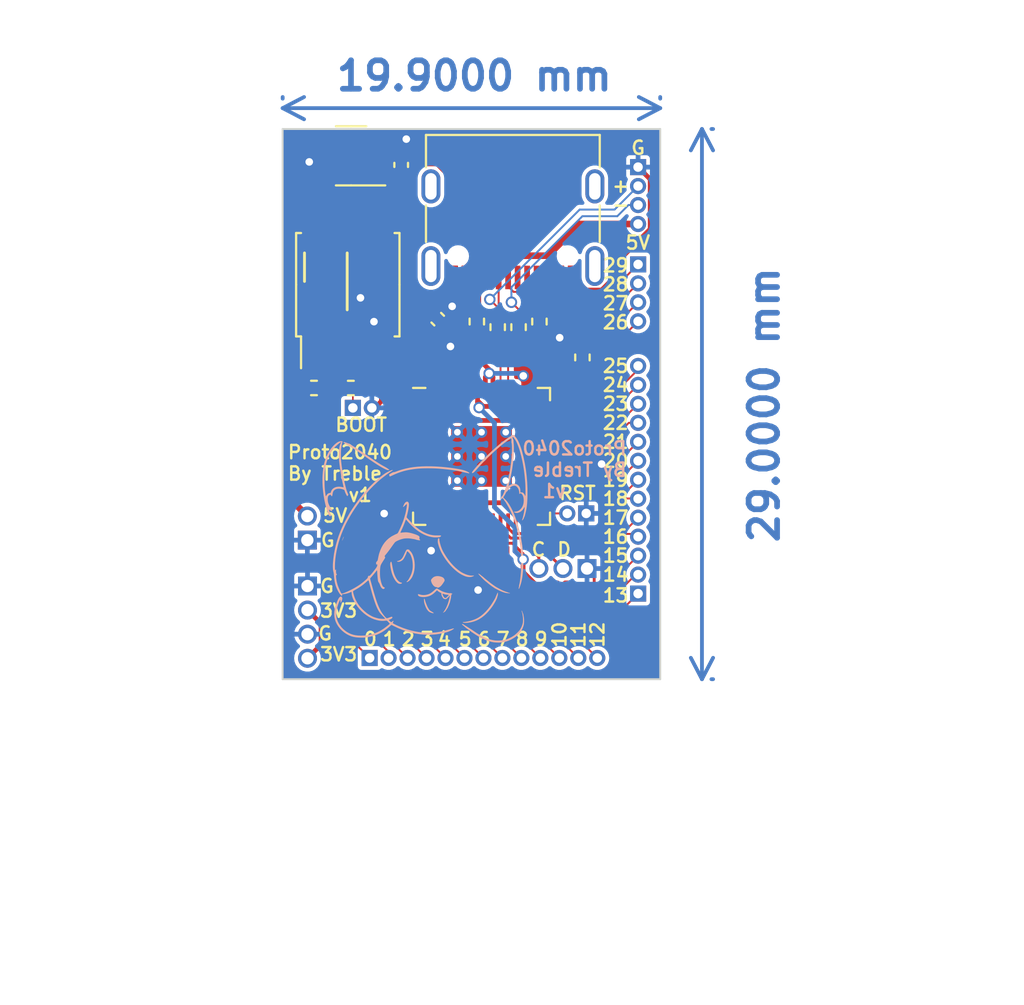
<source format=kicad_pcb>
(kicad_pcb (version 20221018) (generator pcbnew)
  (layers (0 "F.Cu" signal) (31 "B.Cu" signal) (34 "B.Paste" user) (35 "F.Paste" user) (36 "B.SilkS" user "B.Silkscreen") (37 "F.SilkS" user "F.Silkscreen") (38 "B.Mask" user) (39 "F.Mask" user) (44 "Edge.Cuts" user))
  (net 0 "")
  (net 1 "GND")
  (net 2 "+3.3V")
  (net 3 "VBUS")
  (net 4 "/QSPI_SS")
  (net 5 "/QSPI_SD1")
  (net 6 "/QSPI_SD2")
  (net 7 "/QSPI_SD0")
  (net 8 "/QSPI_CLK")
  (net 9 "/QSPI_SD3")
  (net 10 "Net-(U3-USB_DP)")
  (net 11 "Net-(U3-USB_DM)")
  (net 12 "/D+")
  (net 13 "/D-")
  (net 14 "/SWD")
  (net 15 "+1V1")
  (net 16 "Net-(C16-Pad1)")
  (net 17 "Net-(J1-CC1)")
  (net 18 "/SWCLK")
  (net 19 "/RST")
  (net 21 "Net-(J1-CC2)")
  (net 24 "Net-(J2-Pin_1)")
  (net 25 "Net-(J3-Pin_1)")
  (net 26 "Net-(J3-Pin_2)")
  (net 27 "Net-(J3-Pin_3)")
  (net 28 "Net-(J3-Pin_4)")
  (net 29 "Net-(J3-Pin_5)")
  (net 30 "Net-(J3-Pin_6)")
  (net 31 "Net-(J3-Pin_7)")
  (net 32 "Net-(J3-Pin_8)")
  (net 33 "Net-(J3-Pin_9)")
  (net 34 "Net-(J3-Pin_10)")
  (net 35 "Net-(J3-Pin_11)")
  (net 36 "Net-(J3-Pin_12)")
  (net 37 "Net-(J3-Pin_13)")
  (net 38 "Net-(J4-Pin_1)")
  (net 39 "Net-(J4-Pin_2)")
  (net 40 "Net-(J4-Pin_3)")
  (net 41 "Net-(J4-Pin_4)")
  (net 42 "Net-(J4-Pin_5)")
  (net 43 "Net-(J4-Pin_6)")
  (net 44 "Net-(J4-Pin_7)")
  (net 45 "Net-(J4-Pin_8)")
  (net 46 "Net-(J4-Pin_9)")
  (net 47 "Net-(J4-Pin_10)")
  (net 48 "Net-(J4-Pin_11)")
  (net 49 "Net-(J4-Pin_12)")
  (net 50 "Net-(J4-Pin_13)")
  (net 51 "Net-(J5-Pin_1)")
  (net 52 "Net-(J5-Pin_2)")
  (net 53 "Net-(J5-Pin_3)")
  (net 54 "Net-(J5-Pin_4)")
  (net 56 "Net-(U5-EN)")
  (net 57 "/XIN")
  (net 58 "/XOUT")
  (net 59 "Net-(D1-K)")
  (footprint "Capacitor_SMD:C_0201_0603Metric" (layer "F.Cu") (at 137.529999 88.305103)
    (fp_text reference "C10" hide)
    (fp_text value "100nF")
  )
  (footprint "Connector_PinHeader_1.27mm:PinHeader_1x03_P1.27mm_Vertical" (layer "F.Cu") (at 147.9421 97.9677 -90)
    (fp_text reference "J6" hide)
    (fp_text value "Conn_01x03")
  )
  (footprint "Resistor_SMD:R_0402_1005Metric" (layer "F.Cu") (at 144.3333 85.2441 -90)
    (fp_text reference "R4" hide)
    (fp_text value "27.4")
  )
  (footprint "Capacitor_SMD:C_0201_0603Metric" (layer "F.Cu") (at 145.9433 87.0625 90)
    (fp_text reference "C3" hide)
    (fp_text value "1uF")
  )
  (footprint "MCU_RaspberryPi_and_Boards:RP2040-QFN-56" (layer "F.Cu") (at 142.3825 92.0575)
    (fp_text reference "U3" hide)
    (fp_text value "RP2040")
  )
  (footprint "Package_DFN_QFN:DFN-8-1EP_3x2mm_P0.5mm_EP1.3x1.5mm" (layer "F.Cu") (at 134.175 82.8325 90)
    (fp_text reference "U1" hide)
    (fp_text value "W25Q128JVS")
  )
  (footprint "Package_TO_SOT_SMD:SOT-23-5" (layer "F.Cu") (at 135.50625 76.2125 180)
    (fp_text reference "U5" hide)
    (fp_text value "AP2112K-3.3")
  )
  (footprint "Resistor_SMD:R_0201_0603Metric" (layer "F.Cu") (at 142.495 96.425 180)
    (fp_text reference "R6" hide)
    (fp_text value "1K")
  )
  (footprint "Resistor_SMD:R_0402_1005Metric" (layer "F.Cu") (at 143.2333 85.2441 90)
    (fp_text reference "R3" hide)
    (fp_text value "27.4")
  )
  (footprint "Capacitor_SMD:C_0201_0603Metric" (layer "F.Cu") (at 147.305 93.12 180)
    (fp_text reference "C7" hide)
    (fp_text value "100nF")
  )
  (footprint "Connector_USB:USB_C_Receptacle_G-Switch_GT-USB-7010ASV" (layer "F.Cu") (at 144.0333 78.8991 180)
    (fp_text reference "J1" hide)
    (fp_text value "USB_C_Receptacle_USB2.0")
  )
  (footprint "Resistor_SMD:R_0402_1005Metric" (layer "F.Cu") (at 142.1333 84.9491 -90)
    (fp_text reference "R2" hide)
    (fp_text value "5.1K")
  )
  (footprint "Resistor_SMD:R_0402_1005Metric" (layer "F.Cu") (at 147.7 86.84 -90)
    (fp_text reference "R9" hide)
    (fp_text value "1K")
  )
  (footprint "Capacitor_SMD:C_0201_0603Metric" (layer "F.Cu") (at 146.585 98.8 180)
    (fp_text reference "C12" hide)
    (fp_text value "100nF")
  )
  (footprint "Capacitor_SMD:C_0201_0603Metric" (layer "F.Cu") (at 146.8217 87.0625 -90)
    (fp_text reference "C4" hide)
    (fp_text value "100nF")
  )
  (footprint "LED_SMD:LED_0603_1608Metric" (layer "F.Cu") (at 147.3 84.7 180)
    (fp_text reference "D1" hide)
    (fp_text value "LED")
  )
  (footprint "Connector_PinHeader_1.00mm:PinHeader_1x02_P1.00mm_Vertical" (layer "F.Cu") (at 147.9 95.0625 -90)
    (fp_text reference "J9" hide)
    (fp_text value "Conn_01x02")
  )
  (footprint "Connector_PinHeader_1.00mm:PinHeader_1x04_P1.00mm_Vertical" (layer "F.Cu") (at 150.6345 81.9375)
    (fp_text reference "J5" hide)
    (fp_text value "Conn_01x04")
  )
  (footprint "Capacitor_SMD:C_0201_0603Metric" (layer "F.Cu") (at 133.05 77.625 90)
    (fp_text reference "C14" hide)
    (fp_text value "100nF")
  )
  (footprint "Capacitor_SMD:C_0201_0603Metric" (layer "F.Cu") (at 145.1461 87.0575 -90)
    (fp_text reference "C6" hide)
    (fp_text value "100nF")
  )
  (footprint "Connector_PinHeader_1.00mm:PinHeader_1x13_P1.00mm_Vertical" (layer "F.Cu") (at 150.6345 99.2885 180)
    (fp_text reference "J4" hide)
    (fp_text value "Conn_01x13")
  )
  (footprint "Capacitor_SMD:C_0402_1005Metric" (layer "F.Cu") (at 140.0725 84.8225 135)
    (fp_text reference "C1" hide)
    (fp_text value "10uF")
  )
  (footprint "Connector_PinHeader_1.00mm:PinHeader_1x02_P1.00mm_Vertical" (layer "F.Cu") (at 135.6 89.5 90)
    (fp_text reference "J2" hide)
    (fp_text value "Conn_01x02")
  )
  (footprint "Capacitor_SMD:C_0201_0603Metric" (layer "F.Cu") (at 139.625 98.15 90)
    (fp_text reference "C15" hide)
    (fp_text value "27pF")
  )
  (footprint "Capacitor_SMD:C_0201_0603Metric" (layer "F.Cu") (at 137.49 93.71 45)
    (fp_text reference "C8" hide)
    (fp_text value "100nF")
  )
  (footprint "Capacitor_SMD:C_0201_0603Metric" (layer "F.Cu") (at 137.529999 89.044901)
    (fp_text reference "C9" hide)
    (fp_text value "100nF")
  )
  (footprint "Resistor_SMD:R_0402_1005Metric" (layer "F.Cu") (at 133.55 88.45)
    (fp_text reference "R8" hide)
    (fp_text value "10K")
  )
  (footprint "Connector_PinHeader_1.00mm:PinHeader_1x13_P1.00mm_Vertical" (layer "F.Cu") (at 136.4825 102.6825 90)
    (fp_text reference "J3" hide)
    (fp_text value "Conn_01x13")
  )
  (footprint "Resistor_SMD:R_0402_1005Metric" (layer "F.Cu") (at 135.4925 88.4525)
    (fp_text reference "R5" hide)
    (fp_text value "1K")
  )
  (footprint "Capacitor_SMD:C_0201_0603Metric" (layer "F.Cu") (at 141.54 87.06 135)
    (fp_text reference "C13" hide)
    (fp_text value "1uF")
  )
  (footprint "Capacitor_SMD:C_0402_1005Metric" (layer "F.Cu") (at 138.14625 76.6925 90)
    (fp_text reference "C2" hide)
    (fp_text value "10uF")
  )
  (footprint "Capacitor_SMD:C_0201_0603Metric" (layer "F.Cu") (at 144.84 99.18 -45)
    (fp_text reference "C16" hide)
    (fp_text value "27pF")
  )
  (footprint "Capacitor_SMD:C_0201_0603Metric" (layer "F.Cu") (at 144.2825 87.0575 -90)
    (fp_text reference "C5" hide)
    (fp_text value "100nF")
  )
  (footprint "Connector_PinHeader_1.27mm:PinHeader_1x04_P1.27mm_Vertical" (layer "F.Cu") (at 133.2083 98.8877)
    (fp_text reference "J7" hide)
    (fp_text value "Conn_01x04")
  )
  (footprint "Resistor_SMD:R_0402_1005Metric" (layer "F.Cu") (at 145.4333 84.9491 -90)
    (fp_text reference "R1" hide)
    (fp_text value "5.1K")
  )
  (footprint "Capacitor_SMD:C_0201_0603Metric" (layer "F.Cu") (at 146.58 99.275 180)
    (fp_text reference "C11" hide)
    (fp_text value "100nF")
  )
  (footprint "Connector_PinHeader_1.00mm:PinHeader_1x04_P1.00mm_Vertical" (layer "F.Cu") (at 150.6325 76.8075)
    (fp_text reference "J10" hide)
    (fp_text value "Conn_01x04")
  )
  (footprint "Connector_PinHeader_1.27mm:PinHeader_1x02_P1.27mm_Vertical" (layer "F.Cu") (at 133.2 96.47 180)
    (fp_text reference "J8" hide)
    (fp_text value "Conn_01x02")
  )
  (footprint "Package_SO:SOIC-8_5.23x5.23mm_P1.27mm" (layer "F.Cu") (at 135.3325 83.0075 90)
    (fp_text reference "U2" hide)
    (fp_text value "W25Q128JVS")
  )
  (footprint "Crystal:Crystal_SMD_3225-4Pin_3.2x2.5mm" (layer "F.Cu") (at 142.05 98.25 180)
    (fp_text reference "Y1" hide)
    (fp_text value "12M")
  )
  (footprint "drawings:cute" (layer "B.Cu") (at 138.760669 98.868777 180)
    (fp_text reference "G***" hide)
    (fp_text value "LOGO" hide)
  )
  (gr_line (start 131.9 103.8) (end 131.9 74.8) (stroke (width 0.1)) (layer "Edge.Cuts"))
  (gr_line (start 131.9 74.8) (end 151.8 74.8) (stroke (width 0.1)) (layer "Edge.Cuts"))
  (gr_line (start 151.8 103.8) (end 131.9 103.8) (stroke (width 0.1)) (layer "Edge.Cuts"))
  (gr_line (start 151.8 74.8) (end 151.8 103.8) (stroke (width 0.1)) (layer "Edge.Cuts"))
  (gr_text "Proto2040\nBy Treble\n      v1 " (at 150.1 94.3) (layer "B.SilkS") (effects (font (size 0.7 0.7) (thickness 0.13) bold) (justify left bottom mirror)))
  (gr_text "7" (at 143.1 102.1) (layer "F.SilkS") (effects (font (size 0.7 0.7) (thickness 0.13) bold) (justify left bottom)))
  (gr_text "9" (at 145.1 102.1) (layer "F.SilkS") (effects (font (size 0.7 0.7) (thickness 0.13) bold) (justify left bottom)))
  (gr_text "Proto2040\nBy Treble\n      v1 " (at 132.1 94.5) (layer "F.SilkS") (effects (font (size 0.7 0.7) (thickness 0.13) bold) (justify left bottom)))
  (gr_text "12" (at 148.9 102.2 90) (layer "F.SilkS") (effects (font (size 0.7 0.7) (thickness 0.13) bold) (justify left bottom)))
  (gr_text "6" (at 142.1 102.1) (layer "F.SilkS") (effects (font (size 0.7 0.7) (thickness 0.13) bold) (justify left bottom)))
  (gr_text "+" (at 149.2 78.2) (layer "F.SilkS") (effects (font (size 0.7 0.7) (thickness 0.13) bold) (justify left bottom)))
  (gr_text "28" (at 148.7 83.4) (layer "F.SilkS") (effects (font (size 0.7 0.7) (thickness 0.13) bold) (justify left bottom)))
  (gr_text "G" (at 133.8 99.3) (layer "F.SilkS") (effects (font (size 0.7 0.7) (thickness 0.13) bold) (justify left bottom)))
  (gr_text "C" (at 144.95 97.375) (layer "F.SilkS") (effects (font (size 0.7 0.7) (thickness 0.13) bold) (justify left bottom)))
  (gr_text "18" (at 148.7 94.7) (layer "F.SilkS") (effects (font (size 0.7 0.7) (thickness 0.13) bold) (justify left bottom)))
  (gr_text "13" (at 148.7 99.8) (layer "F.SilkS") (effects (font (size 0.7 0.7) (thickness 0.13) bold) (justify left bottom)))
  (gr_text "26" (at 148.7 85.4) (layer "F.SilkS") (effects (font (size 0.7 0.7) (thickness 0.13) bold) (justify left bottom)))
  (gr_text "G" (at 133.8425 96.8875) (layer "F.SilkS") (effects (font (size 0.7 0.7) (thickness 0.13) bold) (justify left bottom)))
  (gr_text "BOOT" (at 134.6 90.8) (layer "F.SilkS") (effects (font (size 0.7 0.7) (thickness 0.13) bold) (justify left bottom)))
  (gr_text "22" (at 148.7 90.7) (layer "F.SilkS") (effects (font (size 0.7 0.7) (thickness 0.13) bold) (justify left bottom)))
  (gr_text "20" (at 148.7 92.7) (layer "F.SilkS") (effects (font (size 0.7 0.7) (thickness 0.13) bold) (justify left bottom)))
  (gr_text "21" (at 148.7 91.7) (layer "F.SilkS") (effects (font (size 0.7 0.7) (thickness 0.13) bold) (justify left bottom)))
  (gr_text "3V3" (at 133.8 102.9) (layer "F.SilkS") (effects (font (size 0.7 0.7) (thickness 0.13) bold) (justify left bottom)))
  (gr_text "10" (at 146.9 102.2 90) (layer "F.SilkS") (effects (font (size 0.7 0.7) (thickness 0.13) bold) (justify left bottom)))
  (gr_text "RST" (at 146.4 94.4) (layer "F.SilkS") (effects (font (size 0.7 0.7) (thickness 0.13) bold) (justify left bottom)))
  (gr_text "17" (at 148.7 95.7) (layer "F.SilkS") (effects (font (size 0.7 0.7) (thickness 0.13) bold) (justify left bottom)))
  (gr_text "D" (at 146.3 97.375) (layer "F.SilkS") (effects (font (size 0.7 0.7) (thickness 0.13) bold) (justify left bottom)))
  (gr_text "5" (at 141.1 102.1) (layer "F.SilkS") (effects (font (size 0.7 0.7) (thickness 0.13) bold) (justify left bottom)))
  (gr_text "G" (at 133.7 101.8) (layer "F.SilkS") (effects (font (size 0.7 0.7) (thickness 0.13) bold) (justify left bottom)))
  (gr_text "5V" (at 133.9425 95.5875) (layer "F.SilkS") (effects (font (size 0.7 0.7) (thickness 0.13) bold) (justify left bottom)))
  (gr_text "3" (at 139.1 102.1) (layer "F.SilkS") (effects (font (size 0.7 0.7) (thickness 0.13) bold) (justify left bottom)))
  (gr_text "24" (at 148.7 88.7) (layer "F.SilkS") (effects (font (size 0.7 0.7) (thickness 0.13) bold) (justify left bottom)))
  (gr_text "8" (at 144.1 102.1) (layer "F.SilkS") (effects (font (size 0.7 0.7) (thickness 0.13) bold) (justify left bottom)))
  (gr_text "-" (at 149.2 79.2) (layer "F.SilkS") (effects (font (size 0.7 0.7) (thickness 0.13) bold) (justify left bottom)))
  (gr_text "0" (at 136.1 102.1) (layer "F.SilkS") (effects (font (size 0.7 0.7) (thickness 0.13) bold) (justify left bottom)))
  (gr_text "G" (at 150.2 76.2) (layer "F.SilkS") (effects (font (size 0.7 0.7) (thickness 0.13) bold) (justify left bottom)))
  (gr_text "15" (at 148.7 97.7) (layer "F.SilkS") (effects (font (size 0.7 0.7) (thickness 0.13) bold) (justify left bottom)))
  (gr_text "1" (at 137.1 102.1) (layer "F.SilkS") (effects (font (size 0.7 0.7) (thickness 0.13) bold) (justify left bottom)))
  (gr_text "2" (at 138.1 102.1) (layer "F.SilkS") (effects (font (size 0.7 0.7) (thickness 0.13) bold) (justify left bottom)))
  (gr_text "5V" (at 149.9 81.2) (layer "F.SilkS") (effects (font (size 0.7 0.7) (thickness 0.13) bold) (justify left bottom)))
  (gr_text "19" (at 148.7 93.7) (layer "F.SilkS") (effects (font (size 0.7 0.7) (thickness 0.13) bold) (justify left bottom)))
  (gr_text "27" (at 148.7 84.4) (layer "F.SilkS") (effects (font (size 0.7 0.7) (thickness 0.13) bold) (justify left bottom)))
  (gr_text "11" (at 147.9 102.2 90) (layer "F.SilkS") (effects (font (size 0.7 0.7) (thickness 0.13) bold) (justify left bottom)))
  (gr_text "23" (at 148.7 89.7) (layer "F.SilkS") (effects (font (size 0.7 0.7) (thickness 0.13) bold) (justify left bottom)))
  (gr_text "4" (at 140 102.1) (layer "F.SilkS") (effects (font (size 0.7 0.7) (thickness 0.13) bold) (justify left bottom)))
  (gr_text "29" (at 148.7 82.4) (layer "F.SilkS") (effects (font (size 0.7 0.7) (thickness 0.13) bold) (justify left bottom)))
  (gr_text "14" (at 148.7 98.7) (layer "F.SilkS") (effects (font (size 0.7 0.7) (thickness 0.13) bold) (justify left bottom)))
  (gr_text "16" (at 148.7 96.7) (layer "F.SilkS") (effects (font (size 0.7 0.7) (thickness 0.13) bold) (justify left bottom)))
  (gr_text "25" (at 148.7 87.7) (layer "F.SilkS") (effects (font (size 0.7 0.7) (thickness 0.13) bold) (justify left bottom)))
  (gr_text "3V3" (at 133.8 100.6) (layer "F.SilkS") (effects (font (size 0.7 0.7) (thickness 0.13) bold) (justify left bottom)))
  (dimension (type aligned) (layer "B.Cu") (pts (xy 131.9 73.7) (xy 151.8 73.7)) (height 0) (gr_text "19.9000 mm" (at 142 72) (layer "B.Cu") (effects (font (size 1.5 1.5) (thickness 0.3)))) (format (prefix "") (suffix "") (units 3) (units_format 1) (precision 4)) (style (thickness 0.2) (arrow_length 1.27) (text_position_mode 2) (extension_height 0.58642) (extension_offset 0.5) keep_text_aligned))
  (dimension (type aligned) (layer "B.Cu") (pts (xy 154 74.8) (xy 154 103.8)) (height 0) (gr_text "29.0000 mm" (at 157.281153 89.343223 90) (layer "B.Cu") (effects (font (size 1.5 1.5) (thickness 0.3)))) (format (prefix "") (suffix "") (units 3) (units_format 1) (precision 4)) (style (thickness 0.2) (arrow_length 1.27) (text_position_mode 2) (extension_height 0.58642) (extension_offset 0.5) keep_text_aligned))
  (segment (start 148.32 99.063762) (end 147.883762 99.5) (width 0.15) (layer "F.Cu") (net 1))
  (segment (start 146.8217 86.7425) (end 147.0925 86.7425) (width 0.09) (layer "F.Cu") (net 1))
  (segment (start 140.069278 84.1469) (end 140.8333 84.1469) (width 0.25) (layer "F.Cu") (net 1))
  (segment (start 143.15 99.1) (end 142.2 99.1) (width 0.15) (layer "F.Cu") (net 1))
  (segment (start 145.9433 86.7425) (end 146.4039 86.7425) (width 0.25) (layer "F.Cu") (net 1))
  (segment (start 141.3825 96.9675) (end 140.95 97.4) (width 0.15) (layer "F.Cu") (net 1))
  (segment (start 149.4 81.945097) (end 151.2725 80.072597) (width 0.25) (layer "F.Cu") (net 1))
  (segment (start 138.14625 76.2125) (end 138.14625 75.6025) (width 0.25) (layer "F.Cu") (net 1))
  (segment (start 146.5 85.8) (end 146.5 86.75) (width 0.25) (layer "F.Cu") (net 1))
  (segment (start 137.2475 85.489047) (end 137.2475 86.7825) (width 0.35) (layer "F.Cu") (net 1))
  (segment (start 148.32 98.81) (end 148.32 99.063762) (width 0.15) (layer "F.Cu") (net 1))
  (segment (start 148.32 98.81) (end 148.32 98.3456) (width 0.15) (layer "F.Cu") (net 1))
  (segment (start 139.725 97.025) (end 140.055 97.355) (width 0.15) (layer "F.Cu") (net 1))
  (segment (start 140.055 97.4) (end 139.625 97.83) (width 0.15) (layer "F.Cu") (net 1))
  (segment (start 133.05 76.7845) (end 133.05 77.305) (width 0.25) (layer "F.Cu") (net 1))
  (segment (start 148.71 92.46) (end 148.05 93.12) (width 0.25) (layer "F.Cu") (net 1))
  (segment (start 140.8333 84.1469) (end 140.8333 84.1591) (width 0.25) (layer "F.Cu") (net 1))
  (segment (start 147.0925 86.7425) (end 147.7 87.35) (width 0.09) (layer "F.Cu") (net 1))
  (segment (start 137.25 95.07) (end 137.25 93.95) (width 0.25) (layer "F.Cu") (net 1))
  (segment (start 136.6 89.5) (end 136.7549 89.5) (width 0.25) (layer "F.Cu") (net 1))
  (segment (start 147.883762 99.5) (end 147.743762 99.64) (width 0.15) (layer "F.Cu") (net 1))
  (segment (start 140.8333 84.1469) (end 140.8333 82.6241) (width 0.25) (layer "F.Cu") (net 1))
  (segment (start 140.055 97.355) (end 140.055 97.4) (width 0.15) (layer "F.Cu") (net 1))
  (segment (start 135.79 83.7) (end 135.2075 84.2825) (width 0.25) (layer "F.Cu") (net 1))
  (segment (start 146.9 99.275) (end 146.9 98.805) (width 0.15) (layer "F.Cu") (net 1))
  (segment (start 145.1461 86.2689) (end 145.1461 86.7375) (width 0.25) (layer "F.Cu") (net 1))
  (segment (start 139.733089 84.483089) (end 140.069278 84.1469) (width 0.25) (layer "F.Cu") (net 1))
  (segment (start 136 83.7) (end 135.79 83.7) (width 0.25) (layer "F.Cu") (net 1))
  (segment (start 135.2075 84.2825) (end 134.925 84.2825) (width 0.25) (layer "F.Cu") (net 1))
  (segment (start 145.9283 86.7275) (end 145.9433 86.7425) (width 0.25) (layer "F.Cu") (net 1))
  (segment (start 140.7425 86.2625) (end 141.313726 86.833726) (width 0.25) (layer "F.Cu") (net 1))
  (segment (start 137.25 93.95) (end 137.263726 93.936274) (width 0.25) (layer "F.Cu") (net 1))
  (segment (start 145.4333 85.4591) (end 145.4333 85.9817) (width 0.25) (layer "F.Cu") (net 1))
  (segment (start 144.2825 86.7375) (end 145.1461 86.7375) (width 0.25) (layer "F.Cu") (net 1))
  (segment (start 147.8983 83.2891) (end 148.7109 83.2891) (width 0.25) (layer "F.Cu") (net 1))
  (segment (start 138.14625 76.2125) (end 136.64375 76.2125) (width 0.25) (layer "F.Cu") (net 1))
  (segment (start 140.8333 84.1591) (end 142.1333 85.4591) (width 0.25) (layer "F.Cu") (net 1))
  (segment (start 145.066274 99.406274) (end 143.456274 99.406274) (width 0.15) (layer "F.Cu") (net 1))
  (segment (start 151.2725 77.4475) (end 150.6325 76.8075) (width 0.25) (layer "F.Cu") (net 1))
  (segment (start 141.3825 95.495) (end 141.3825 96.9675) (width 0.15) (layer "F.Cu") (net 1))
  (segment (start 149.4 82.6) (end 149.4 81.945097) (width 0.25) (layer "F.Cu") (net 1))
  (segment (start 146.905 98.8) (end 148.31 98.8) (width 0.15) (layer "F.Cu") (net 1))
  (segment (start 146.9 98.805) (end 146.905 98.8) (width 0.15) (layer "F.Cu") (net 1))
  (segment (start 145.4333 85.9817) (end 145.1461 86.2689) (width 0.25) (layer "F.Cu") (net 1))
  (segment (start 151.2725 80.072597) (end 151.2725 77.4475) (width 0.25) (layer "F.Cu") (net 1))
  (segment (start 133.3 76.5345) (end 133.05 76.7845) (width 0.25) (layer "F.Cu") (net 1))
  (segment (start 146.91 99.64) (end 145.3 99.64) (width 0.15) (layer "F.Cu") (net 1))
  (segment (start 143.456274 99.406274) (end 143.15 99.1) (width 0.15) (layer "F.Cu") (net 1))
  (segment (start 147.2333 82.6241) (end 147.8983 83.2891) (width 0.25) (layer "F.Cu") (net 1))
  (segment (start 148.31 98.8) (end 148.32 98.81) (width 0.15) (layer "F.Cu") (net 1))
  (segment (start 145.3 99.64) (end 145.066274 99.406274) (width 0.15) (layer "F.Cu") (net 1))
  (segment (start 136.712053 84.9536) (end 137.2475 85.489047) (width 0.35) (layer "F.Cu") (net 1))
  (segment (start 148.7109 83.2891) (end 149.4 82.6) (width 0.25) (layer "F.Cu") (net 1))
  (segment (start 138.14625 75.6025) (end 138.41625 75.3325) (width 0.25) (layer "F.Cu") (net 1))
  (segment (start 147.743762 99.64) (end 146.91 99.64) (width 0.15) (layer "F.Cu") (net 1))
  (segment (start 140.95 97.4) (end 140.055 97.4) (width 0.15) (layer "F.Cu") (net 1))
  (segment (start 146.9 99.54) (end 146.9 99.275) (width 0.15) (layer "F.Cu") (net 1))
  (segment (start 137.209999 89.0449) (end 137.210001 88.305099) (width 0.25) (layer "F.Cu") (net 1))
  (segment (start 146.4039 86.7425) (end 146.8217 86.7425) (width 0.25) (layer "F.Cu") (net 1))
  (segment (start 145.1511 86.7425) (end 145.1461 86.7375) (width 0.25) (layer "F.Cu") (net 1))
  (segment (start 145.9433 86.7425) (end 145.1511 86.7425) (width 0.25) (layer "F.Cu") (net 1))
  (segment (start 136.7549 89.5) (end 137.209999 89.044901) (width 0.25) (layer "F.Cu") (net 1))
  (segment (start 148.05 93.12) (end 147.625 93.12) (width 0.25) (layer "F.Cu") (net 1))
  (segment (start 148.32 98.3456) (end 147.9421 97.9677) (width 0.15) (layer "F.Cu") (net 1))
  (via (at 142.2 99.1) (size 0.6) (drill 0.4) (layers "F.Cu" "B.Cu") (net 1))
  (via (at 138.41625 75.3325) (size 0.6) (drill 0.4) (layers "F.Cu" "B.Cu") (net 1))
  (via (at 136 83.7) (size 0.6) (drill 0.4) (layers "F.Cu" "B.Cu") (net 1))
  (via (at 136.712053 84.9536) (size 0.6) (drill 0.4) (layers "F.Cu" "B.Cu") (net 1))
  (via (at 148.71 92.46) (size 0.6) (drill 0.4) (layers "F.Cu" "B.Cu") (net 1))
  (via (at 137.25 95.07) (size 0.6) (drill 0.4) (layers "F.Cu" "B.Cu") (net 1))
  (via (at 139.725 97.025) (size 0.6) (drill 0.4) (layers "F.Cu" "B.Cu") (net 1))
  (via (at 140.7425 86.2625) (size 0.6) (drill 0.4) (layers "F.Cu" "B.Cu") (net 1))
  (via (at 146.5 85.8) (size 0.8) (drill 0.4) (layers "F.Cu" "B.Cu") (net 1))
  (via (at 133.3 76.5345) (size 0.6) (drill 0.4) (layers "F.Cu" "B.Cu") (net 1))
  (via (at 140.8333 84.1469) (size 0.8) (drill 0.4) (layers "F.Cu" "B.Cu") (net 1))
  (segment (start 138.945 93.0575) (end 138.1425 93.0575) (width 0.25) (layer "F.Cu") (net 2))
  (segment (start 145.8225 93.06) (end 145.82 93.0575) (width 0.25) (layer "F.Cu") (net 2))
  (segment (start 139.8825 94.0225) (end 139.8825 93.2325) (width 0.25) (layer "F.Cu") (net 2))
  (segment (start 134.36875 77.59625) (end 133.7325 78.2325) (width 0.25) (layer "F.Cu") (net 2))
  (segment (start 143.85 90.1625) (end 144.9825 89.03) (width 0.25) (layer "F.Cu") (net 2))
  (segment (start 138.7925 84.4225) (end 139.531911 85.161911) (width 0.25) (layer "F.Cu") (net 2))
  (segment (start 145.0025 93.790001) (end 144.292501 94.5) (width 0.25) (layer "F.Cu") (net 2))
  (segment (start 145.9433 87.3825) (end 145.1511 87.3825) (width 0.25) (layer "F.Cu") (net 2))
  (segment (start 139.8825 90.1225) (end 139.8825 89.6125) (width 0.25) (layer "F.Cu") (net 2))
  (segment (start 142.6 94.5) (end 142.5825 94.5175) (width 0.25) (layer "F.Cu") (net 2))
  (segment (start 139.8825 90.1225) (end 139.9225 90.1625) (width 0.25) (layer "F.Cu") (net 2))
  (segment (start 138.1425 93.0575) (end 137.716274 93.483726) (width 0.25) (layer "F.Cu") (net 2))
  (segment (start 137.62 90.32) (end 134.91 90.32) (width 0.25) (layer "F.Cu") (net 2))
  (segment (start 145.9433 87.3825) (end 146.8217 87.3825) (width 0.25) (layer "F.Cu") (net 2))
  (segment (start 145.1511 87.3825) (end 145.1461 87.3775) (width 0.25) (layer "F.Cu") (net 2))
  (segment (start 140.36 94.5) (end 139.8825 94.0225) (width 0.25) (layer "F.Cu") (net 2))
  (segment (start 138.7925 78.393738) (end 138.7925 84.4225) (width 0.25) (layer "F.Cu") (net 2))
  (segment (start 139.7275 89.4575) (end 138.945 89.4575) (width 0.25) (layer "F.Cu") (net 2))
  (segment (start 145.308738 89.4575) (end 145.82 89.4575) (width 0.25) (layer "F.Cu") (net 2))
  (segment (start 133.065 77.96) (end 133.05 77.96) (width 0.25) (layer "F.Cu") (net 2))
  (segment (start 133.4275 78.5375) (end 133.4275 79.4075) (width 0.25) (layer "F.Cu") (net 2))
  (segment (start 142.5825 94.5175) (end 142.5825 95.495) (width 0.25) (layer "F.Cu") (net 2))
  (segment (start 145.0025 92.751262) (end 145.0025 93.790001) (width 0.25) (layer "F.Cu") (net 2))
  (segment (start 139.9225 90.1625) (end 143.85 90.1625) (width 0.25) (layer "F.Cu") (net 2))
  (segment (start 134.56 77.7875) (end 138.186262 77.7875) (width 0.25) (layer "F.Cu") (net 2))
  (segment (start 133.9273 100.8727) (end 133.9233 100.8727) (width 0.25) (layer "F.Cu") (net 2))
  (segment (start 142.6 94.5) (end 140.36 94.5) (width 0.25) (layer "F.Cu") (net 2))
  (segment (start 139.8825 93.2325) (end 139.7075 93.0575) (width 0.25) (layer "F.Cu") (net 2))
  (segment (start 145.308738 93.0575) (end 145.82 93.0575) (width 0.25) (layer "F.Cu") (net 2))
  (segment (start 133.7325 78.2325) (end 133.4275 78.5375) (width 0.25) (layer "F.Cu") (net 2))
  (segment (start 139.8825 93.2325) (end 139.8825 90.1225) (width 0.25) (layer "F.Cu") (net 2))
  (segment (start 142.7825 87.6825) (end 142.5825 87.8825) (width 0.25) (layer "F.Cu") (net 2))
  (segment (start 142.9825 87.8825) (end 142.9825 88.62) (width 0.25) (layer "F.Cu") (net 2))
  (segment (start 137.849999 90.090001) (end 137.62 90.32) (width 0.25) (layer "F.Cu") (net 2))
  (segment (start 134.36875 77.1625) (end 134.36875 77.59625) (width 0.25) (layer "F.Cu") (net 2))
  (segment (start 145.0025 92.751262) (end 145.308738 93.0575) (width 0.25) (layer "F.Cu") (net 2))
  (segment (start 144.9725 90.1825) (end 145.0025 90.2125) (width 0.25) (layer "F.Cu") (net 2))
  (segment (start 145.0025 90.2125) (end 145.0025 92.751262) (width 0.25) (layer "F.Cu") (net 2))
  (segment (start 144.9825 89.03) (end 144.9825 88.62) (width 0.25) (layer "F.Cu") (net 2))
  (segment (start 134.9375 93.0025) (end 134.9375 99.8625) (width 0.25) (layer "F.Cu") (net 2))
  (segment (start 144.875 90.1625) (end 144.9525 90.1625) (width 0.25) (layer "F.Cu") (net 2))
  (segment (start 142.5825 87.8825) (end 142.5825 88.62) (width 0.25) (layer "F.Cu") (net 2))
  (segment (start 134.9375 99.8625) (end 133.9273 100.8727) (width 0.25) (layer "F.Cu") (net 2))
  (segment (start 144.875 90.1625) (end 144.875 89.891238) (width 0.25) (layer "F.Cu") (net 2))
  (segment (start 139.7075 93.0575) (end 138.945 93.0575) (width 0.25) (layer "F.Cu") (net 2))
  (segment (start 137.62 90.32) (end 134.9375 93.0025) (width 0.25) (layer "F.Cu") (net 2))
  (segment (start 139.531911 85.161911) (end 140.411911 85.161911) (width 0.25) (layer "F.Cu") (net 2))
  (segment (start 140.469226 85.161911) (end 142.7825 87.475185) (width 0.25) (layer "F.Cu") (net 2))
  (segment (start 133.4275 78.5375) (end 133.4275 78.3225) (width 0.25) (layer "F.Cu") (net 2))
  (segment (start 143.85 90.1625) (end 144.875 90.1625) (width 0.25) (layer "F.Cu") (net 2))
  (segment (start 142.7825 87.6825) (end 142.9825 87.8825) (width 0.25) (layer "F.Cu") (net 2))
  (segment (start 133.4275 79.4075) (end 133.4275 81.38) (width 0.25) (layer "F.Cu") (net 2))
  (segment (start 144.292501 94.5) (end 142.6 94.5) (width 0.25) (layer "F.Cu") (net 2))
  (segment (start 144.875 89.891238) (end 145.308738 89.4575) (width 0.25) (layer "F.Cu") (net 2))
  (segment (start 144.2825 87.3775) (end 145.1461 87.3775) (width 0.25) (layer "F.Cu") (net 2))
  (segment (start 140.411911 85.161911) (end 140.469226 85.161911) (width 0.25) (layer "F.Cu") (net 2))
  (segment (start 134.36875 77.59625) (end 134.56 77.7875) (width 0.25) (layer "F.Cu") (net 2))
  (segment (start 133.2083 100.1577) (end 133.9233 100.8727) (width 0.25) (layer "F.Cu") (net 2))
  (segment (start 137.849999 89.044901) (end 137.85 88.305101) (width 0.25) (layer "F.Cu") (net 2))
  (segment (start 133.9233 101.9827) (end 133.2083 102.6977) (width 0.25) (layer "F.Cu") (net 2))
  (segment (start 134.91 90.32) (end 133.04 88.45) (width 0.25) (layer "F.Cu") (net 2))
  (segment (start 144.5825 87.8125) (end 144.5825 87.6775) (width 0.1) (layer "F.Cu") (net 2))
  (segment (start 145.82 93.0575) (end 146.9225 93.0575) (width 0.25) (layer "F.Cu") (net 2))
  (segment (start 144.5825 87.8125) (end 144.5925 87.8225) (width 0.25) (layer "F.Cu") (net 2))
  (segment (start 133.4275 78.3225) (end 133.065 77.96) (width 0.25) (layer "F.Cu") (net 2))
  (segment (start 144.5825 87.6775) (end 144.2825 87.3775) (width 0.1) (layer "F.Cu") (net 2))
  (segment (start 133.9233 100.8727) (end 133.9233 101.9827) (width 0.25) (layer "F.Cu") (net 2))
  (segment (start 139.8825 89.6125) (end 139.7275 89.4575) (width 0.25) (layer "F.Cu") (net 2))
  (segment (start 142.7825 87.475185) (end 142.7825 87.6825) (width 0.25) (layer "F.Cu") (net 2))
  (segment (start 146.9225 93.0575) (end 146.985 93.12) (width 0.25) (layer "F.Cu") (net 2))
  (segment (start 138.186262 77.7875) (end 138.7925 78.393738) (width 0.25) (layer "F.Cu") (net 2))
  (segment (start 137.849999 89.044901) (end 137.849999 90.090001) (width 0.25) (layer "F.Cu") (net 2))
  (segment (start 133.4275 81.38) (end 133.425 81.3825) (width 0.25) (layer "F.Cu") (net 2))
  (via (at 142.7825 87.6825) (size 0.6) (drill 0.4) (layers "F.Cu" "B.Cu") (net 2))
  (via (at 144.5825 87.8125) (size 0.6) (drill 0.4) (layers "F.Cu" "B.Cu") (net 2))
  (segment (start 144.4525 87.6825) (end 144.5825 87.8125) (width 0.25) (layer "B.Cu") (net 2))
  (segment (start 142.7825 87.6825) (end 144.4525 87.6825) (width 0.25) (layer "B.Cu") (net 2))
  (segment (start 146.4333 82.6241) (end 146.4333 82.0399) (width 0.25) (layer "F.Cu") (net 3))
  (segment (start 145.8725 81.4791) (end 146.0625 81.6691) (width 0.35) (layer "F.Cu") (net 3))
  (segment (start 136.64375 77.1625) (end 135.8625 77.1625) (width 0.35) (layer "F.Cu") (net 3))
  (segment (start 146.5125 82.7033) (end 146.4333 82.6241) (width 0.25) (layer "F.Cu") (net 3))
  (segment (start 132.3 76.636474) (end 132.3 94.3) (width 0.35) (layer "F.Cu") (net 3))
  (segment (start 141.9825 81.72556) (end 141.9825 81.5085) (width 0.35) (layer "F.Cu") (net 3))
  (segment (start 146.5125 84.7) (end 146.5125 82.7033) (width 0.25) (layer "F.Cu") (net 3))
  (segment (start 147.5441 79.8075) (end 150.6325 79.8075) (width 0.35) (layer "F.Cu") (net 3))
  (segment (start 142.0119 78.541832) (end 142.0119 81.4791) (width 0.35) (layer "F.Cu") (net 3))
  (segment (start 132.3 94.3) (end 133.2 95.2) (width 0.35) (layer "F.Cu") (net 3))
  (segment (start 134.5995 75.8995) (end 133.036974 75.8995) (width 0.35) (layer "F.Cu") (net 3))
  (segment (start 136.65375 77.1725) (end 136.64375 77.1625) (width 0.35) (layer "F.Cu") (net 3))
  (segment (start 142.0119 81.4791) (end 145.8725 81.4791) (width 0.35) (layer "F.Cu") (net 3))
  (segment (start 146.4333 82.0399) (end 146.0625 81.6691) (width 0.25) (layer "F.Cu") (net 3))
  (segment (start 141.9825 81.5085) (end 142.0119 81.4791) (width 0.35) (layer "F.Cu") (net 3))
  (segment (start 141.6333 82.07476) (end 141.9825 81.72556) (width 0.35) (layer "F.Cu") (net 3))
  (segment (start 135.8625 77.1625) (end 134.5995 75.8995) (width 0.35) (layer "F.Cu") (net 3))
  (segment (start 145.8725 81.4791) (end 147.5441 79.8075) (width 0.35) (layer "F.Cu") (net 3))
  (segment (start 138.14625 77.1725) (end 138.49125 76.8275) (width 0.35) (layer "F.Cu") (net 3))
  (segment (start 136.608394 77.1625) (end 136.21 77.1625) (width 0.35) (layer "F.Cu") (net 3))
  (segment (start 138.751401 76.5891) (end 140.059168 76.5891) (width 0.35) (layer "F.Cu") (net 3))
  (segment (start 136.22 77.1725) (end 136.21 77.1625) (width 0.25) (layer "F.Cu") (net 3))
  (segment (start 138.14625 77.1725) (end 136.65375 77.1725) (width 0.35) (layer "F.Cu") (net 3))
  (segment (start 133.036974 75.8995) (end 132.3 76.636474) (width 0.35) (layer "F.Cu") (net 3))
  (segment (start 141.6333 82.6241) (end 141.6333 82.07476) (width 0.35) (layer "F.Cu") (net 3))
  (segment (start 138.49125 76.8275) (end 138.513001 76.8275) (width 0.35) (layer "F.Cu") (net 3))
  (segment (start 138.513001 76.8275) (end 138.751401 76.5891) (width 0.35) (layer "F.Cu") (net 3))
  (segment (start 140.059168 76.5891) (end 142.0119 78.541832) (width 0.35) (layer "F.Cu") (net 3))
  (segment (start 133.4275 86.6075) (end 133.425 86.605) (width 0.1) (layer "F.Cu") (net 4))
  (segment (start 134.9825 88.4025) (end 134.9825 88.4525) (width 0.1) (layer "F.Cu") (net 4))
  (segment (start 134.4742 87.8942) (end 134.9825 88.4025) (width 0.1) (layer "F.Cu") (net 4))
  (segment (start 133.4375 86.7825) (end 133.4375 87.1409) (width 0.1) (layer "F.Cu") (net 4))
  (segment (start 139.0467 87.8842) (end 139.7825 88.62) (width 0.1) (layer "F.Cu") (net 4))
  (segment (start 134.4742 87.8842) (end 139.0467 87.8842) (width 0.1) (layer "F.Cu") (net 4))
  (segment (start 133.425 86.605) (end 133.425 84.2825) (width 0.1) (layer "F.Cu") (net 4))
  (segment (start 133.4375 86.7825) (end 133.497378 86.7825) (width 0.1) (layer "F.Cu") (net 4))
  (segment (start 134.06 88.45) (end 134.98 88.45) (width 0.1) (layer "F.Cu") (net 4))
  (segment (start 134.4125 87.8225) (end 134.4742 87.8842) (width 0.1) (layer "F.Cu") (net 4))
  (segment (start 133.4275 86.8375) (end 133.4275 86.6075) (width 0.1) (layer "F.Cu") (net 4))
  (segment (start 134.4125 87.8225) (end 133.4275 86.8375) (width 0.1) (layer "F.Cu") (net 4))
  (segment (start 134.4742 87.8842) (end 134.4742 87.8942) (width 0.1) (layer "F.Cu") (net 4))
  (segment (start 134.98 88.45) (end 134.9825 88.4525) (width 0.1) (layer "F.Cu") (net 4))
  (segment (start 134.6975 86.9475) (end 135.3742 87.6242) (width 0.1) (layer "F.Cu") (net 5))
  (segment (start 140.1825 88.214804) (end 140.1825 88.62) (width 0.1) (layer "F.Cu") (net 5))
  (segment (start 135.3742 87.6242) (end 139.591896 87.6242) (width 0.1) (layer "F.Cu") (net 5))
  (segment (start 134.6975 86.6075) (end 134.6975 86.9475) (width 0.1) (layer "F.Cu") (net 5))
  (segment (start 134.6975 86.6075) (end 133.925 85.835) (width 0.1) (layer "F.Cu") (net 5))
  (segment (start 139.591896 87.6242) (end 140.1825 88.214804) (width 0.1) (layer "F.Cu") (net 5))
  (segment (start 133.925 85.835) (end 133.925 84.2825) (width 0.1) (layer "F.Cu") (net 5))
  (segment (start 134.425 84.7575) (end 134.425 84.2825) (width 0.1) (layer "F.Cu") (net 6))
  (segment (start 140.5825 87.972851) (end 140.5825 88.62) (width 0.1) (layer "F.Cu") (net 6))
  (segment (start 135.9675 86.6075) (end 135.9675 85.2) (width 0.1) (layer "F.Cu") (net 6))
  (segment (start 137.053749 84.4441) (end 140.5825 87.972851) (width 0.1) (layer "F.Cu") (net 6))
  (segment (start 135.9675 84.9225) (end 136.4459 84.4441) (width 0.1) (layer "F.Cu") (net 6))
  (segment (start 135.9675 85.107851) (end 135.9675 84.9225) (width 0.1) (layer "F.Cu") (net 6))
  (segment (start 135.9675 85.2) (end 135.9675 85.107851) (width 0.1) (layer "F.Cu") (net 6))
  (segment (start 136.4459 84.4441) (end 137.053749 84.4441) (width 0.1) (layer "F.Cu") (net 6))
  (segment (start 134.8675 85.2) (end 134.425 84.7575) (width 0.1) (layer "F.Cu") (net 6))
  (segment (start 135.9675 85.2) (end 134.8675 85.2) (width 0.1) (layer "F.Cu") (net 6))
  (segment (start 137.2375 84.260155) (end 140.9825 88.005155) (width 0.1) (layer "F.Cu") (net 7))
  (segment (start 137.2375 81.4) (end 137.2375 84.260155) (width 0.1) (layer "F.Cu") (net 7))
  (segment (start 134.925 81.3825) (end 137.22 81.3825) (width 0.1) (layer "F.Cu") (net 7))
  (segment (start 137.22 81.3825) (end 137.2375 81.4) (width 0.1) (layer "F.Cu") (net 7))
  (segment (start 137.2375 79.4075) (end 137.2375 81.4) (width 0.1) (layer "F.Cu") (net 7))
  (segment (start 140.9825 88.005155) (end 140.9825 88.62) (width 0.1) (layer "F.Cu") (net 7))
  (segment (start 137.7825 78.3825) (end 136.1575 78.3825) (width 0.1) (layer "F.Cu") (net 8))
  (segment (start 141.3825 88.0075) (end 138.1575 84.7825) (width 0.1) (layer "F.Cu") (net 8))
  (segment (start 136.1575 78.3825) (end 135.9675 78.5725) (width 0.1) (layer "F.Cu") (net 8))
  (segment (start 134.4675 80.946617) (end 134.4675 81.3825) (width 0.1) (layer "F.Cu") (net 8))
  (segment (start 135.9675 79.4075) (end 135.9675 79.446617) (width 0.1) (layer "F.Cu") (net 8))
  (segment (start 138.1575 78.7575) (end 137.7825 78.3825) (width 0.1) (layer "F.Cu") (net 8))
  (segment (start 135.9675 79.446617) (end 134.4675 80.946617) (width 0.1) (layer "F.Cu") (net 8))
  (segment (start 141.3825 88.62) (end 141.3825 88.0075) (width 0.1) (layer "F.Cu") (net 8))
  (segment (start 138.1575 84.7825) (end 138.1575 78.7575) (width 0.1) (layer "F.Cu") (net 8))
  (segment (start 135.9675 78.5725) (end 135.9675 79.4075) (width 0.1) (layer "F.Cu") (net 8))
  (segment (start 135.4175 78.1225) (end 138.0475 78.1225) (width 0.1) (layer "F.Cu") (net 9))
  (segment (start 134.6975 78.8425) (end 135.4175 78.1225) (width 0.1) (layer "F.Cu") (net 9))
  (segment (start 138.4175 78.4925) (end 138.4175 84.6675) (width 0.1) (layer "F.Cu") (net 9))
  (segment (start 134.6975 79.4075) (end 133.925 80.18) (width 0.1) (layer "F.Cu") (net 9))
  (segment (start 138.4175 84.6675) (end 141.7825 88.0325) (width 0.1) (layer "F.Cu") (net 9))
  (segment (start 133.925 80.18) (end 133.925 81.3825) (width 0.1) (layer "F.Cu") (net 9))
  (segment (start 141.7825 88.0325) (end 141.7825 88.62) (width 0.1) (layer "F.Cu") (net 9))
  (segment (start 134.6975 79.4075) (end 134.6975 78.8425) (width 0.1) (layer "F.Cu") (net 9))
  (segment (start 138.0475 78.1225) (end 138.4175 78.4925) (width 0.1) (layer "F.Cu") (net 9))
  (segment (start 143.3825 85.9033) (end 143.2333 85.7541) (width 0.1) (layer "F.Cu") (net 10))
  (segment (start 143.3825 88.62) (end 143.3825 85.9033) (width 0.1) (layer "F.Cu") (net 10))
  (segment (start 143.7825 88.62) (end 143.7825 86.3049) (width 0.1) (layer "F.Cu") (net 11))
  (segment (start 143.7825 86.3049) (end 144.3333 85.7541) (width 0.1) (layer "F.Cu") (net 11))
  (segment (start 143.5733 81.8641) (end 143.9933 81.8641) (width 0.1) (layer "F.Cu") (net 12))
  (segment (start 143.2333 84.198) (end 142.8178 83.7825) (width 0.1) (layer "F.Cu") (net 12))
  (segment (start 143.2833 84.6841) (end 143.2833 82.6241) (width 0.1) (layer "F.Cu") (net 12))
  (segment (start 143.2833 82.6241) (end 143.2833 82.1541) (width 0.1) (layer "F.Cu") (net 12))
  (segment (start 143.2833 82.1541) (end 143.5733 81.8641) (width 0.1) (layer "F.Cu") (net 12))
  (segment (start 143.2333 84.7341) (end 143.2833 84.6841) (width 0.1) (layer "F.Cu") (net 12))
  (segment (start 144.2833 82.1541) (end 144.2833 82.6241) (width 0.1) (layer "F.Cu") (net 12))
  (segment (start 143.9933 81.8641) (end 144.2833 82.1541) (width 0.1) (layer "F.Cu") (net 12))
  (segment (start 143.2333 84.7341) (end 143.2333 84.198) (width 0.1) (layer "F.Cu") (net 12))
  (via (at 142.8178 83.7825) (size 0.6) (drill 0.4) (layers "F.Cu" "B.Cu") (net 12))
  (segment (start 142.8178 83.7825) (end 147.5528 79.0475) (width 0.1) (layer "B.Cu") (net 12))
  (segment (start 147.5528 79.0475) (end 149.3925 79.0475) (width 0.1) (layer "B.Cu") (net 12))
  (segment (start 149.3925 79.0475) (end 150.6325 77.8075) (width 0.1) (layer "B.Cu") (net 12))
  (segment (start 143.7833 82.6241) (end 143.7833 83.0941) (width 0.1) (layer "F.Cu") (net 13))
  (segment (start 144.3333 84.7341) (end 144.5233 84.5441) (width 0.1) (layer "F.Cu") (net 13))
  (segment (start 143.7833 83.0941) (end 144.0733 83.3841) (width 0.1) (layer "F.Cu") (net 13))
  (segment (start 144.5233 84.5441) (end 144.5233 83.3841) (width 0.1) (layer "F.Cu") (net 13))
  (segment (start 144.3333 84.7341) (end 144.3333 84.3083) (width 0.1) (layer "F.Cu") (net 13))
  (segment (start 144.0733 83.3841) (end 144.5233 83.3841) (width 0.1) (layer "F.Cu") (net 13))
  (segment (start 144.5233 83.3841) (end 144.7833 83.1241) (width 0.1) (layer "F.Cu") (net 13))
  (segment (start 144.7833 83.1241) (end 144.7833 82.6241) (width 0.1) (layer "F.Cu") (net 13))
  (segment (start 144.3333 84.3083) (end 143.9575 83.9325) (width 0.1) (layer "F.Cu") (net 13))
  (segment (start 144.7833 83.1741) (end 144.7833 82.6241) (width 0.1) (layer "F.Cu") (net 13))
  (via (at 143.9575 83.9325) (size 0.6) (drill 0.4) (layers "F.Cu" "B.Cu") (net 13))
  (segment (start 143.9575 83.137775) (end 147.697775 79.3975) (width 0.1) (layer "B.Cu") (net 13))
  (segment (start 147.697775 79.3975) (end 149.537475 79.3975) (width 0.1) (layer "B.Cu") (net 13))
  (segment (start 150.127475 78.8075) (end 150.6325 78.8075) (width 0.1) (layer "B.Cu") (net 13))
  (segment (start 143.9575 83.9325) (end 143.9575 83.137775) (width 0.1) (layer "B.Cu") (net 13))
  (segment (start 149.537475 79.3975) (end 150.127475 78.8075) (width 0.1) (layer "B.Cu") (net 13))
  (segment (start 143.7825 95.836556) (end 144.070944 96.125) (width 0.15) (layer "F.Cu") (net 14))
  (segment (start 144.735748 96.3575) (end 145.0619 96.3575) (width 0.15) (layer "F.Cu") (net 14))
  (segment (start 143.7825 95.495) (end 143.7825 95.836556) (width 0.15) (layer "F.Cu") (net 14))
  (segment (start 144.070944 96.125) (end 144.503248 96.125) (width 0.15) (layer "F.Cu") (net 14))
  (segment (start 144.503248 96.125) (end 144.735748 96.3575) (width 0.15) (layer "F.Cu") (net 14))
  (segment (start 145.0619 96.3575) (end 146.6721 97.9677) (width 0.15) (layer "F.Cu") (net 14))
  (segment (start 143.629767 96.635) (end 144.015 96.635) (width 0.15) (layer "F.Cu") (net 15))
  (segment (start 142.9825 95.987733) (end 143.629767 96.635) (width 0.15) (layer "F.Cu") (net 15))
  (segment (start 144.573216 98.149979) (end 145.223237 98.8) (width 0.25) (layer "F.Cu") (net 15))
  (segment (start 142.579804 89.4225) (end 143.8125 89.4225) (width 0.1) (layer "F.Cu") (net 15))
  (segment (start 144.015 96.635) (end 144.573216 97.193216) (width 0.15) (layer "F.Cu") (net 15))
  (segment (start 144.573216 97.193216) (end 144.573216 97.484382) (width 0.15) (layer "F.Cu") (net 15))
  (segment (start 142.306152 89.328848) (end 142.1725 89.195196) (width 0.25) (layer "F.Cu") (net 15))
  (segment (start 143.8125 89.4225) (end 142.399804 89.4225) (width 0.25) (layer "F.Cu") (net 15))
  (segment (start 146.265 99.27) (end 146.26 99.275) (width 0.25) (layer "F.Cu") (net 15))
  (segment (start 146.265 98.8) (end 146.265 99.27) (width 0.25) (layer "F.Cu") (net 15))
  (segment (start 142.1825 88.62) (end 142.1825 89.025196) (width 0.1) (layer "F.Cu") (net 15))
  (segment (start 144.573216 97.484382) (end 144.573216 98.149979) (width 0.25) (layer "F.Cu") (net 15))
  (segment (start 142.1825 89.025196) (end 142.579804 89.4225) (width 0.1) (layer "F.Cu") (net 15))
  (segment (start 143.891262 89.4225) (end 144.1825 89.131262) (width 0.25) (layer "F.Cu") (net 15))
  (segment (start 142.306152 89.328848) (end 142.2525 89.3825) (width 0.25) (layer "F.Cu") (net 15))
  (segment (start 141.766274 87.286274) (end 142.1825 87.7025) (width 0.15) (layer "F.Cu") (net 15))
  (segment (start 144.1825 89.131262) (end 144.1825 88.62) (width 0.25) (layer "F.Cu") (net 15))
  (segment (start 145.223237 98.8) (end 146.265 98.8) (width 0.25) (layer "F.Cu") (net 15))
  (segment (start 142.9825 95.495) (end 142.9825 95.987733) (width 0.15) (layer "F.Cu") (net 15))
  (segment (start 142.2525 89.3825) (end 142.2525 89.4825) (width 0.25) (layer "F.Cu") (net 15))
  (segment (start 142.1825 87.7025) (end 142.1825 88.62) (width 0.15) (layer "F.Cu") (net 15))
  (segment (start 142.1725 89.195196) (end 142.1725 88.62) (width 0.25) (layer "F.Cu") (net 15))
  (segment (start 146.275 99.26) (end 146.26 99.275) (width 0.25) (layer "F.Cu") (net 15))
  (segment (start 143.8125 89.4225) (end 143.891262 89.4225) (width 0.25) (layer "F.Cu") (net 15))
  (segment (start 142.399804 89.4225) (end 142.306152 89.328848) (width 0.25) (layer "F.Cu") (net 15))
  (via (at 142.2525 89.4825) (size 0.6) (drill 0.4) (layers "F.Cu" "B.Cu") (net 15))
  (via (at 144.573216 97.484382) (size 0.6) (drill 0.4) (layers "F.Cu" "B.Cu") (net 15))
  (segment (start 143.0625 90.2925) (end 143.0625 94.7225) (width 0.25) (layer "B.Cu") (net 15))
  (segment (start 143.0625 94.7225) (end 144.141219 95.801219) (width 0.25) (layer "B.Cu") (net 15))
  (segment (start 142.2525 89.4825) (end 143.0625 90.2925) (width 0.25) (layer "B.Cu") (net 15))
  (segment (start 144.141219 97.052385) (end 144.573216 97.484382) (width 0.25) (layer "B.Cu") (net 15))
  (segment (start 144.141219 95.801219) (end 144.141219 97.052385) (width 0.25) (layer "B.Cu") (net 15))
  (segment (start 143.15 97.4) (end 143.15 97.49) (width 0.1) (layer "F.Cu") (net 16))
  (segment (start 143.15 97.49) (end 144.613726 98.953726) (width 0.1) (layer "F.Cu") (net 16))
  (segment (start 142.815 96.425) (end 142.815 97.065) (width 0.1) (layer "F.Cu") (net 16))
  (segment (start 142.815 97.065) (end 143.15 97.4) (width 0.1) (layer "F.Cu") (net 16))
  (segment (start 145.4333 84.4391) (end 145.2833 84.2891) (width 0.15) (layer "F.Cu") (net 17))
  (segment (start 145.2833 84.2891) (end 145.2833 82.6241) (width 0.15) (layer "F.Cu") (net 17))
  (segment (start 144.403836 96.365) (end 145.4021 97.363264) (width 0.15) (layer "F.Cu") (net 18))
  (segment (start 143.643444 96.0975) (end 143.651772 96.0975) (width 0.15) (layer "F.Cu") (net 18))
  (segment (start 143.3825 95.495) (end 143.3825 95.836556) (width 0.15) (layer "F.Cu") (net 18))
  (segment (start 143.651772 96.0975) (end 143.919272 96.365) (width 0.15) (layer "F.Cu") (net 18))
  (segment (start 145.4021 97.363264) (end 145.4021 97.9677) (width 0.15) (layer "F.Cu") (net 18))
  (segment (start 143.3825 95.836556) (end 143.643444 96.0975) (width 0.15) (layer "F.Cu") (net 18))
  (segment (start 143.919272 96.365) (end 144.403836 96.365) (width 0.15) (layer "F.Cu") (net 18))
  (segment (start 144.424804 94.8475) (end 145.1575 94.8475) (width 0.1) (layer "F.Cu") (net 19))
  (segment (start 145.3725 95.0625) (end 146.9 95.0625) (width 0.1) (layer "F.Cu") (net 19))
  (segment (start 144.1825 95.495) (end 144.1825 95.089804) (width 0.1) (layer "F.Cu") (net 19))
  (segment (start 145.1575 94.8475) (end 145.3725 95.0625) (width 0.1) (layer "F.Cu") (net 19))
  (segment (start 144.1825 95.089804) (end 144.424804 94.8475) (width 0.1) (layer "F.Cu") (net 19))
  (segment (start 142.2833 84.2891) (end 142.2833 82.6241) (width 0.15) (layer "F.Cu") (net 21))
  (segment (start 142.1333 84.4391) (end 142.2833 84.2891) (width 0.15) (layer "F.Cu") (net 21))
  (segment (start 136.0025 88.4525) (end 135.6 88.855) (width 0.09) (layer "F.Cu") (net 24))
  (segment (start 135.6 88.855) (end 135.6 89.5) (width 0.09) (layer "F.Cu") (net 24))
  (segment (start 135.2725 93.223799) (end 135.2725 101.4725) (width 0.1) (layer "F.Cu") (net 25))
  (segment (start 138.945 89.8575) (end 138.638799 89.8575) (width 0.1) (layer "F.Cu") (net 25))
  (segment (start 135.2725 101.4725) (end 136.4825 102.6825) (width 0.1) (layer "F.Cu") (net 25))
  (segment (start 138.638799 89.8575) (end 135.2725 93.223799) (width 0.1) (layer "F.Cu") (net 25))
  (segment (start 138.945 90.2575) (end 138.507499 90.2575) (width 0.1) (layer "F.Cu") (net 26))
  (segment (start 137.4825 102.3575) (end 137.4825 102.6825) (width 0.1) (layer "F.Cu") (net 26))
  (segment (start 135.4625 100.3375) (end 137.4825 102.3575) (width 0.1) (layer "F.Cu") (net 26))
  (segment (start 137.5535 102.4815) (end 137.4825 102.5525) (width 0.1) (layer "F.Cu") (net 26))
  (segment (start 138.507499 90.2575) (end 135.4625 93.302499) (width 0.1) (layer "F.Cu") (net 26))
  (segment (start 135.4625 93.302499) (end 135.4625 100.3375) (width 0.1) (layer "F.Cu") (net 26))
  (segment (start 135.6525 99.8525) (end 138.4825 102.6825) (width 0.1) (layer "F.Cu") (net 27))
  (segment (start 138.945 90.6575) (end 138.376199 90.6575) (width 0.1) (layer "F.Cu") (net 27))
  (segment (start 135.6525 93.381199) (end 135.6525 99.8525) (width 0.1) (layer "F.Cu") (net 27))
  (segment (start 138.376199 90.6575) (end 135.6525 93.381199) (width 0.1) (layer "F.Cu") (net 27))
  (segment (start 135.8425 93.459899) (end 135.8425 99.0425) (width 0.1) (layer "F.Cu") (net 28))
  (segment (start 135.8425 99.0425) (end 139.4825 102.6825) (width 0.1) (layer "F.Cu") (net 28))
  (segment (start 138.945 91.0575) (end 138.244899 91.0575) (width 0.1) (layer "F.Cu") (net 28))
  (segment (start 138.244899 91.0575) (end 135.8425 93.459899) (width 0.1) (layer "F.Cu") (net 28))
  (segment (start 136.0325 98.6075) (end 139.4385 102.0135) (width 0.1) (layer "F.Cu") (net 29))
  (segment (start 136.0325 93.538599) (end 136.0325 98.6075) (width 0.1) (layer "F.Cu") (net 29))
  (segment (start 138.113599 91.4575) (end 136.0325 93.538599) (width 0.1) (layer "F.Cu") (net 29))
  (segment (start 139.4385 102.0135) (end 139.8135 102.0135) (width 0.1) (layer "F.Cu") (net 29))
  (segment (start 139.8135 102.0135) (end 140.4825 102.6825) (width 0.1) (layer "F.Cu") (net 29))
  (segment (start 138.945 91.4575) (end 138.113599 91.4575) (width 0.1) (layer "F.Cu") (net 29))
  (segment (start 136.2225 93.617299) (end 136.2225 98.5288) (width 0.1) (layer "F.Cu") (net 30))
  (segment (start 137.982299 91.8575) (end 136.2225 93.617299) (width 0.1) (layer "F.Cu") (net 30))
  (segment (start 139.5172 101.8235) (end 140.6235 101.8235) (width 0.1) (layer "F.Cu") (net 30))
  (segment (start 136.2225 98.5288) (end 139.5172 101.8235) (width 0.1) (layer "F.Cu") (net 30))
  (segment (start 140.6235 101.8235) (end 141.4825 102.6825) (width 0.1) (layer "F.Cu") (net 30))
  (segment (start 138.945 91.8575) (end 137.982299 91.8575) (width 0.1) (layer "F.Cu") (net 30))
  (segment (start 139.6085 101.6335) (end 141.4335 101.6335) (width 0.1) (layer "F.Cu") (net 31))
  (segment (start 138.945 92.2575) (end 137.850999 92.2575) (width 0.1) (layer "F.Cu") (net 31))
  (segment (start 136.4125 98.4375) (end 139.6085 101.6335) (width 0.1) (layer "F.Cu") (net 31))
  (segment (start 141.4335 101.6335) (end 142.4825 102.6825) (width 0.1) (layer "F.Cu") (net 31))
  (segment (start 136.4125 93.695999) (end 136.4125 98.4375) (width 0.1) (layer "F.Cu") (net 31))
  (segment (start 137.850999 92.2575) (end 136.4125 93.695999) (width 0.1) (layer "F.Cu") (net 31))
  (segment (start 142.2435 101.4435) (end 143.4825 102.6825) (width 0.1) (layer "F.Cu") (net 32))
  (segment (start 136.6025 98.3588) (end 139.6872 101.4435) (width 0.1) (layer "F.Cu") (net 32))
  (segment (start 139.6872 101.4435) (end 142.2435 101.4435) (width 0.1) (layer "F.Cu") (net 32))
  (segment (start 137.719699 92.6575) (end 136.6025 93.774699) (width 0.1) (layer "F.Cu") (net 32))
  (segment (start 136.6025 93.774699) (end 136.6025 98.3588) (width 0.1) (layer "F.Cu") (net 32))
  (segment (start 138.945 92.6575) (end 137.719699 92.6575) (width 0.1) (layer "F.Cu") (net 32))
  (segment (start 137.8837 94.212599) (end 137.8837 99.3713) (width 0.1) (layer "F.Cu") (net 33))
  (segment (start 138.638799 93.4575) (end 137.8837 94.212599) (width 0.1) (layer "F.Cu") (net 33))
  (segment (start 139.7659 101.2535) (end 143.0535 101.2535) (width 0.1) (layer "F.Cu") (net 33))
  (segment (start 137.8837 99.3713) (end 139.7659 101.2535) (width 0.1) (layer "F.Cu") (net 33))
  (segment (start 138.945 93.4575) (end 138.638799 93.4575) (width 0.1) (layer "F.Cu") (net 33))
  (segment (start 143.0535 101.2535) (end 144.4825 102.6825) (width 0.1) (layer "F.Cu") (net 33))
  (segment (start 139.8446 101.0635) (end 143.8635 101.0635) (width 0.1) (layer "F.Cu") (net 34))
  (segment (start 138.0737 94.3233) (end 138.0737 99.2926) (width 0.1) (layer "F.Cu") (net 34))
  (segment (start 138.0737 99.2926) (end 139.8446 101.0635) (width 0.1) (layer "F.Cu") (net 34))
  (segment (start 143.8635 101.0635) (end 145.4825 102.6825) (width 0.1) (layer "F.Cu") (net 34))
  (segment (start 138.945 93.8575) (end 138.5395 93.8575) (width 0.1) (layer "F.Cu") (net 34))
  (segment (start 138.5395 93.8575) (end 138.0737 94.3233) (width 0.1) (layer "F.Cu") (net 34))
  (segment (start 138.2637 99.2139) (end 139.9233 100.8735) (width 0.1) (layer "F.Cu") (net 35))
  (segment (start 138.2637 94.402) (end 138.2637 99.2139) (width 0.1) (layer "F.Cu") (net 35))
  (segment (start 144.6735 100.8735) (end 146.4825 102.6825) (width 0.1) (layer "F.Cu") (net 35))
  (segment (start 139.9233 100.8735) (end 144.6735 100.8735) (width 0.1) (layer "F.Cu") (net 35))
  (segment (start 138.945 94.2575) (end 138.4082 94.2575) (width 0.1) (layer "F.Cu") (net 35))
  (segment (start 138.4082 94.2575) (end 138.2637 94.402) (width 0.1) (layer "F.Cu") (net 35))
  (segment (start 145.4835 100.6835) (end 147.4825 102.6825) (width 0.1) (layer "F.Cu") (net 36))
  (segment (start 138.4537 99.1352) (end 140.002 100.6835) (width 0.1) (layer "F.Cu") (net 36))
  (segment (start 138.945 94.6575) (end 138.4537 95.1488) (width 0.1) (layer "F.Cu") (net 36))
  (segment (start 140.002 100.6835) (end 145.4835 100.6835) (width 0.1) (layer "F.Cu") (net 36))
  (segment (start 138.4537 95.1488) (end 138.4537 99.1352) (width 0.1) (layer "F.Cu") (net 36))
  (segment (start 140.0807 100.4935) (end 146.2935 100.4935) (width 0.1) (layer "F.Cu") (net 37))
  (segment (start 139.7825 95.495) (end 139.505 95.495) (width 0.1) (layer "F.Cu") (net 37))
  (segment (start 138.6437 96.3563) (end 138.6437 99.0565) (width 0.1) (layer "F.Cu") (net 37))
  (segment (start 138.6437 99.0565) (end 140.0807 100.4935) (width 0.1) (layer "F.Cu") (net 37))
  (segment (start 139.505 95.495) (end 138.6437 96.3563) (width 0.1) (layer "F.Cu") (net 37))
  (segment (start 146.2935 100.4935) (end 148.4825 102.6825) (width 0.1) (layer "F.Cu") (net 37))
  (segment (start 139.3275 96.0725) (end 138.8337 96.5663) (width 0.1) (layer "F.Cu") (net 38))
  (segment (start 138.8337 96.5663) (end 138.8337 98.9778) (width 0.1) (layer "F.Cu") (net 38))
  (segment (start 140.1594 100.3035) (end 149.6195 100.3035) (width 0.1) (layer "F.Cu") (net 38))
  (segment (start 149.6195 100.3035) (end 150.6345 99.2885) (width 0.1) (layer "F.Cu") (net 38))
  (segment (start 138.8337 98.9778) (end 140.1594 100.3035) (width 0.1) (layer "F.Cu") (net 38))
  (segment (start 140.1825 95.801201) (end 139.911201 96.0725) (width 0.1) (layer "F.Cu") (net 38))
  (segment (start 139.911201 96.0725) (end 139.3275 96.0725) (width 0.1) (layer "F.Cu") (net 38))
  (segment (start 140.1825 95.495) (end 140.1825 95.801201) (width 0.1) (layer "F.Cu") (net 38))
  (segment (start 148.6795 100.1135) (end 150.5045 98.2885) (width 0.1) (layer "F.Cu") (net 39))
  (segment (start 139.0237 98.8991) (end 140.2381 100.1135) (width 0.1) (layer "F.Cu") (net 39))
  (segment (start 140.5825 95.801201) (end 140.121201 96.2625) (width 0.1) (layer "F.Cu") (net 39))
  (segment (start 150.5045 98.2885) (end 150.6345 98.2885) (width 0.1) (layer "F.Cu") (net 39))
  (segment (start 140.2381 100.1135) (end 148.6795 100.1135) (width 0.1) (layer "F.Cu") (net 39))
  (segment (start 140.121201 96.2625) (end 139.4625 96.2625) (width 0.1) (layer "F.Cu") (net 39))
  (segment (start 139.0237 96.7013) (end 139.0237 98.8991) (width 0.1) (layer "F.Cu") (net 39))
  (segment (start 139.4625 96.2625) (end 139.0237 96.7013) (width 0.1) (layer "F.Cu") (net 39))
  (segment (start 140.5825 95.495) (end 140.5825 95.801201) (width 0.1) (layer "F.Cu") (net 39))
  (segment (start 139.5725 96.4525) (end 139.2137 96.8113) (width 0.1) (layer "F.Cu") (net 40))
  (segment (start 140.9825 95.495) (end 140.9825 95.801201) (width 0.1) (layer "F.Cu") (net 40))
  (segment (start 140.3168 99.9235) (end 147.9995 99.9235) (width 0.1) (layer "F.Cu") (net 40))
  (segment (start 140.9825 95.801201) (end 140.331201 96.4525) (width 0.1) (layer "F.Cu") (net 40))
  (segment (start 139.2137 98.8204) (end 140.3168 99.9235) (width 0.1) (layer "F.Cu") (net 40))
  (segment (start 147.9995 99.9235) (end 150.6345 97.2885) (width 0.1) (layer "F.Cu") (net 40))
  (segment (start 140.331201 96.4525) (end 139.5725 96.4525) (width 0.1) (layer "F.Cu") (net 40))
  (segment (start 139.2137 96.8113) (end 139.2137 98.8204) (width 0.1) (layer "F.Cu") (net 40))
  (segment (start 150.4885 96.1425) (end 150.6345 96.2885) (width 0.1) (layer "F.Cu") (net 41))
  (segment (start 144.5825 95.900196) (end 144.824804 96.1425) (width 0.1) (layer "F.Cu") (net 41))
  (segment (start 144.824804 96.1425) (end 150.4885 96.1425) (width 0.1) (layer "F.Cu") (net 41))
  (segment (start 144.5825 95.495) (end 144.5825 95.900196) (width 0.1) (layer "F.Cu") (net 41))
  (segment (start 144.9825 95.495) (end 145.2875 95.8) (width 0.1) (layer "F.Cu") (net 42))
  (segment (start 150.123 95.8) (end 150.6345 95.2885) (width 0.1) (layer "F.Cu") (net 42))
  (segment (start 145.2875 95.8) (end 150.123 95.8) (width 0.1) (layer "F.Cu") (net 42))
  (segment (start 146.713088 94.275) (end 150.621 94.275) (width 0.1) (layer "F.Cu") (net 43))
  (segment (start 146.330588 94.6575) (end 146.713088 94.275) (width 0.1) (layer "F.Cu") (net 43))
  (segment (start 145.82 94.6575) (end 146.330588 94.6575) (width 0.1) (layer "F.Cu") (net 43))
  (segment (start 150.621 94.275) (end 150.6345 94.2885) (width 0.1) (layer "F.Cu") (net 43))
  (segment (start 146.362892 94.2575) (end 146.620392 94) (width 0.1) (layer "F.Cu") (net 44))
  (segment (start 146.620392 94) (end 149.923 94) (width 0.1) (layer "F.Cu") (net 44))
  (segment (start 149.923 94) (end 150.6345 93.2885) (width 0.1) (layer "F.Cu") (net 44))
  (segment (start 145.82 94.2575) (end 146.362892 94.2575) (width 0.1) (layer "F.Cu") (net 44))
  (segment (start 149.183 93.74) (end 150.6345 92.2885) (width 0.1) (layer "F.Cu") (net 45))
  (segment (start 146.512696 93.74) (end 149.183 93.74) (width 0.1) (layer "F.Cu") (net 45))
  (segment (start 145.82 93.8575) (end 146.395196 93.8575) (width 0.1) (layer "F.Cu") (net 45))
  (segment (start 146.395196 93.8575) (end 146.512696 93.74) (width 0.1) (layer "F.Cu") (net 45))
  (segment (start 150.6345 91.2885) (end 148.4655 93.4575) (width 0.1) (layer "F.Cu") (net 46))
  (segment (start 148.4655 93.4575) (end 145.82 93.4575) (width 0.1) (layer "F.Cu") (net 46))
  (segment (start 147.7725 92.6575) (end 150.1415 90.2885) (width 0.1) (layer "F.Cu") (net 47))
  (segment (start 145.82 92.6575) (end 147.7725 92.6575) (width 0.1) (layer "F.Cu") (net 47))
  (segment (start 150.1415 90.2885) (end 150.6345 90.2885) (width 0.1) (layer "F.Cu") (net 47))
  (segment (start 145.82 92.2575) (end 147.6655 92.2575) (width 0.1) (layer "F.Cu") (net 48))
  (segment (start 147.6655 92.2575) (end 150.6345 89.2885) (width 0.1) (layer "F.Cu") (net 48))
  (segment (start 145.82 91.8575) (end 147.0655 91.8575) (width 0.1) (layer "F.Cu") (net 49))
  (segment (start 147.0655 91.8575) (end 150.6345 88.2885) (width 0.1) (layer "F.Cu") (net 49))
  (segment (start 146.6545 91.4575) (end 150.6345 87.4775) (width 0.1) (layer "F.Cu") (net 50))
  (segment (start 145.82 91.4575) (end 146.6545 91.4575) (width 0.1) (layer "F.Cu") (net 50))
  (segment (start 150.6345 87.4775) (end 150.6345 87.2885) (width 0.1) (layer "F.Cu") (net 50))
  (segment (start 148.7 87.283701) (end 148.7 83.872) (width 0.1) (layer "F.Cu") (net 51))
  (segment (start 145.82 89.8575) (end 146.126201 89.8575) (width 0.1) (layer "F.Cu") (net 51))
  (segment (start 148.7 83.872) (end 150.6345 81.9375) (width 0.1) (layer "F.Cu") (net 51))
  (segment (start 146.126201 89.8575) (end 148.7 87.283701) (width 0.1) (layer "F.Cu") (net 51))
  (segment (start 148.9 84.672) (end 150.6345 82.9375) (width 0.1) (layer "F.Cu") (net 52))
  (segment (start 145.82 90.2575) (end 146.126201 90.2575) (width 0.1) (layer "F.Cu") (net 52))
  (segment (start 146.126201 90.2575) (end 148.9 87.483701) (width 0.1) (layer "F.Cu") (net 52))
  (segment (start 148.9 87.483701) (end 148.9 84.672) (width 0.1) (layer "F.Cu") (net 52))
  (segment (start 145.82 90.6575) (end 146.126201 90.6575) (width 0.1) (layer "F.Cu") (net 53))
  (segment (start 146.126201 90.6575) (end 149.1 87.683701) (width 0.1) (layer "F.Cu") (net 53))
  (segment (start 149.1 85.472) (end 150.6345 83.9375) (width 0.1) (layer "F.Cu") (net 53))
  (segment (start 149.1 87.683701) (end 149.1 85.472) (width 0.1) (layer "F.Cu") (net 53))
  (segment (start 149.3 87.883701) (end 149.3 86.272) (width 0.1) (layer "F.Cu") (net 54))
  (segment (start 146.126201 91.0575) (end 149.3 87.883701) (width 0.1) (layer "F.Cu") (net 54))
  (segment (start 149.3 86.272) (end 150.6345 84.9375) (width 0.1) (layer "F.Cu") (net 54))
  (segment (start 145.82 91.0575) (end 146.126201 91.0575) (width 0.1) (layer "F.Cu") (net 54))
  (segment (start 141.79 95.5025) (end 141.79 98.26) (width 0.1) (layer "F.Cu") (net 57))
  (segment (start 141.7825 95.495) (end 141.79 95.5025) (width 0.1) (layer "F.Cu") (net 57))
  (segment (start 141.79 98.26) (end 140.95 99.1) (width 0.1) (layer "F.Cu") (net 57))
  (segment (start 140.32 98.47) (end 140.95 99.1) (width 0.1) (layer "F.Cu") (net 57))
  (segment (start 139.625 98.47) (end 140.32 98.47) (width 0.1) (layer "F.Cu") (net 57))
  (segment (start 142.1825 96.4175) (end 142.175 96.425) (width 0.1) (layer "F.Cu") (net 58))
  (segment (start 142.1825 95.495) (end 142.1825 96.4175) (width 0.1) (layer "F.Cu") (net 58))
  (segment (start 148.0875 85.9425) (end 147.7 86.33) (width 0.25) (layer "F.Cu") (net 59))
  (segment (start 148.0875 84.7) (end 148.0875 85.9425) (width 0.25) (layer "F.Cu") (net 59))
  (zone (net 2) (net_name "+3.3V") (layer "F.Cu") (priority 2) (connect_pads yes (clearance 0.2)) (min_thickness 0.2) (fill yes (thermal_gap 0.2) (thermal_bridge_width 0.2))
    (polygon (pts (xy 137.65 89.55) (xy 139.45 89.55) (xy 139.45 88.575) (xy 138.875 88) (xy 137.65 88)))
  )
  (zone (net 2) (net_name "+3.3V") (layer "F.Cu") (priority 1) (connect_pads yes (clearance 0.2)) (min_thickness 0.2) (fill yes (thermal_gap 0.2) (thermal_bridge_width 0.2))
    (polygon (pts (xy 145.15 89.55) (xy 146.2 89.55) (xy 146.985151 88.804106) (xy 147.2 88.6) (xy 147.2 87.2) (xy 144.1 87.2) (xy 144.1 88) (xy 144.4 88.2) (xy 144.4 89.1) (xy 145 89.45)))
  )
  (zone (net 1) (net_name "GND") (layer "B.Cu") (connect_pads (clearance 0.2)) (min_thickness 0.2) (fill yes (thermal_gap 0.2) (thermal_bridge_width 0.25) (island_removal_mode 1) (island_area_min 10))
    (polygon (pts (xy 117 68) (xy 117 121) (xy 171 121) (xy 171 68)))
  )
)
</source>
